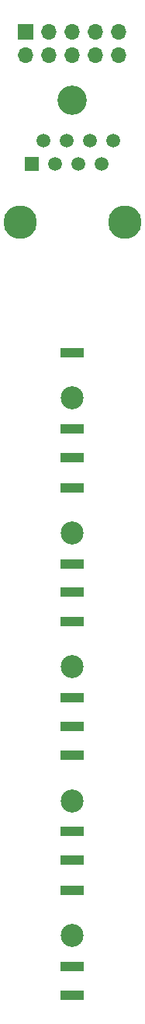
<source format=gbr>
%TF.GenerationSoftware,KiCad,Pcbnew,7.0.1*%
%TF.CreationDate,2023-03-30T11:01:25+01:00*%
%TF.ProjectId,Base_Controls,42617365-5f43-46f6-9e74-726f6c732e6b,rev?*%
%TF.SameCoordinates,Original*%
%TF.FileFunction,Soldermask,Bot*%
%TF.FilePolarity,Negative*%
%FSLAX46Y46*%
G04 Gerber Fmt 4.6, Leading zero omitted, Abs format (unit mm)*
G04 Created by KiCad (PCBNEW 7.0.1) date 2023-03-30 11:01:25*
%MOMM*%
%LPD*%
G01*
G04 APERTURE LIST*
%ADD10C,3.650000*%
%ADD11R,1.500000X1.500000*%
%ADD12C,1.500000*%
%ADD13C,2.500000*%
%ADD14R,2.500000X1.000000*%
%ADD15C,3.200000*%
%ADD16R,1.700000X1.700000*%
%ADD17O,1.700000X1.700000*%
G04 APERTURE END LIST*
D10*
%TO.C,J1*%
X53730000Y-73800000D03*
X65160000Y-73800000D03*
D11*
X55000000Y-67450000D03*
D12*
X56270000Y-64910000D03*
X57540000Y-67450000D03*
X58810000Y-64910000D03*
X60080000Y-67450000D03*
X61350000Y-64910000D03*
X62620000Y-67450000D03*
X63890000Y-64910000D03*
%TD*%
D13*
%TO.C,J2*%
X59400000Y-92900000D03*
D14*
X59400000Y-99380000D03*
X59400000Y-96280000D03*
X59400000Y-87980000D03*
%TD*%
D15*
%TO.C,H1*%
X59400000Y-60500000D03*
%TD*%
D13*
%TO.C,J6*%
X59400000Y-151500000D03*
D14*
X59400000Y-157980000D03*
X59400000Y-154880000D03*
X59400000Y-146580000D03*
%TD*%
D13*
%TO.C,J5*%
X59400000Y-136800000D03*
D14*
X59400000Y-143280000D03*
X59400000Y-140180000D03*
X59400000Y-131880000D03*
%TD*%
D13*
%TO.C,J4*%
X59400000Y-122200000D03*
D14*
X59400000Y-128680000D03*
X59400000Y-125580000D03*
X59400000Y-117280000D03*
%TD*%
D13*
%TO.C,J3*%
X59400000Y-107600000D03*
D14*
X59400000Y-114080000D03*
X59400000Y-110980000D03*
X59400000Y-102680000D03*
%TD*%
D16*
%TO.C,J7*%
X54300000Y-53000000D03*
D17*
X54300000Y-55540000D03*
X56840000Y-53000000D03*
X56840000Y-55540000D03*
X59380000Y-53000000D03*
X59380000Y-55540000D03*
X61920000Y-53000000D03*
X61920000Y-55540000D03*
X64460000Y-53000000D03*
X64460000Y-55540000D03*
%TD*%
M02*

</source>
